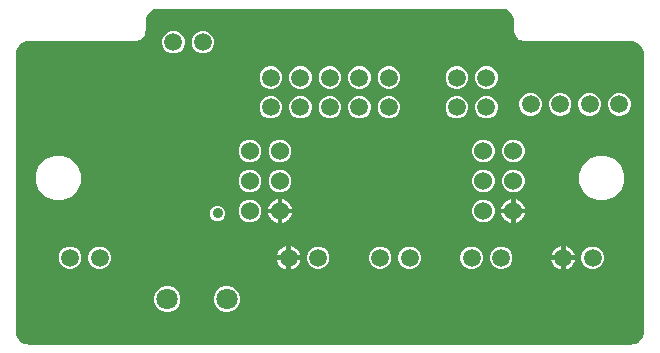
<source format=gbr>
G04 EAGLE Gerber RS-274X export*
G75*
%MOMM*%
%FSLAX34Y34*%
%LPD*%
%INCopper Layer 2*%
%IPPOS*%
%AMOC8*
5,1,8,0,0,1.08239X$1,22.5*%
G01*
%ADD10C,1.508000*%
%ADD11C,1.524000*%
%ADD12C,1.800000*%
%ADD13C,0.906400*%

G36*
X255046Y4007D02*
X255046Y4007D01*
X255087Y4005D01*
X256824Y4157D01*
X256918Y4178D01*
X256995Y4187D01*
X258679Y4638D01*
X258768Y4676D01*
X258843Y4697D01*
X260422Y5434D01*
X260503Y5487D01*
X260573Y5521D01*
X262001Y6521D01*
X262072Y6587D01*
X262134Y6633D01*
X263367Y7866D01*
X263425Y7943D01*
X263479Y7999D01*
X264479Y9427D01*
X264518Y9505D01*
X264563Y9572D01*
X264563Y9573D01*
X264566Y9578D01*
X265029Y10571D01*
X265029Y10572D01*
X265303Y11158D01*
X265331Y11250D01*
X265362Y11321D01*
X265813Y13005D01*
X265825Y13101D01*
X265844Y13176D01*
X265995Y14913D01*
X265993Y14959D01*
X265999Y15000D01*
X265999Y250000D01*
X265993Y250046D01*
X265995Y250087D01*
X265844Y251824D01*
X265822Y251918D01*
X265813Y251995D01*
X265362Y253679D01*
X265324Y253768D01*
X265303Y253843D01*
X264566Y255422D01*
X264513Y255503D01*
X264479Y255573D01*
X263479Y257001D01*
X263413Y257072D01*
X263367Y257134D01*
X262134Y258367D01*
X262057Y258425D01*
X262001Y258479D01*
X260573Y259479D01*
X260487Y259523D01*
X260422Y259566D01*
X258843Y260303D01*
X258750Y260331D01*
X258679Y260362D01*
X256995Y260813D01*
X256899Y260825D01*
X256824Y260844D01*
X255087Y260995D01*
X255041Y260993D01*
X255000Y260999D01*
X165044Y260999D01*
X163438Y261140D01*
X161923Y261546D01*
X160502Y262208D01*
X159217Y263108D01*
X158108Y264217D01*
X157208Y265502D01*
X156546Y266923D01*
X156140Y268438D01*
X155999Y270044D01*
X155999Y277500D01*
X155993Y277546D01*
X155995Y277587D01*
X155844Y279324D01*
X155822Y279418D01*
X155813Y279495D01*
X155362Y281179D01*
X155324Y281268D01*
X155303Y281343D01*
X154566Y282922D01*
X154513Y283003D01*
X154479Y283073D01*
X153479Y284501D01*
X153413Y284572D01*
X153367Y284634D01*
X152134Y285867D01*
X152057Y285925D01*
X152001Y285979D01*
X150573Y286979D01*
X150487Y287023D01*
X150422Y287066D01*
X148843Y287803D01*
X148750Y287831D01*
X148679Y287862D01*
X146995Y288313D01*
X146899Y288325D01*
X146824Y288344D01*
X145087Y288495D01*
X145041Y288493D01*
X145000Y288499D01*
X-145000Y288499D01*
X-145046Y288493D01*
X-145087Y288495D01*
X-146824Y288344D01*
X-146918Y288322D01*
X-146995Y288313D01*
X-148679Y287862D01*
X-148768Y287824D01*
X-148843Y287803D01*
X-150422Y287066D01*
X-150503Y287013D01*
X-150573Y286979D01*
X-152001Y285979D01*
X-152072Y285913D01*
X-152134Y285867D01*
X-153367Y284634D01*
X-153425Y284557D01*
X-153479Y284501D01*
X-154479Y283073D01*
X-154523Y282987D01*
X-154566Y282922D01*
X-154895Y282216D01*
X-155303Y281343D01*
X-155331Y281250D01*
X-155362Y281179D01*
X-155813Y279495D01*
X-155825Y279399D01*
X-155844Y279324D01*
X-155995Y277587D01*
X-155993Y277541D01*
X-155999Y277500D01*
X-155999Y270044D01*
X-156140Y268438D01*
X-156546Y266923D01*
X-156870Y266228D01*
X-157208Y265502D01*
X-158108Y264217D01*
X-159217Y263108D01*
X-160502Y262208D01*
X-161923Y261546D01*
X-163438Y261140D01*
X-165044Y260999D01*
X-255000Y260999D01*
X-255046Y260993D01*
X-255087Y260995D01*
X-256824Y260844D01*
X-256918Y260822D01*
X-256995Y260813D01*
X-258679Y260362D01*
X-258768Y260324D01*
X-258843Y260303D01*
X-260422Y259566D01*
X-260503Y259513D01*
X-260573Y259479D01*
X-262001Y258479D01*
X-262072Y258413D01*
X-262134Y258367D01*
X-263367Y257134D01*
X-263425Y257057D01*
X-263479Y257001D01*
X-264479Y255573D01*
X-264523Y255487D01*
X-264566Y255422D01*
X-264653Y255237D01*
X-264653Y255236D01*
X-265118Y254237D01*
X-265119Y254237D01*
X-265303Y253843D01*
X-265331Y253750D01*
X-265362Y253679D01*
X-265813Y251995D01*
X-265825Y251899D01*
X-265844Y251824D01*
X-265995Y250087D01*
X-265993Y250041D01*
X-265999Y250000D01*
X-265999Y15000D01*
X-265993Y14954D01*
X-265995Y14913D01*
X-265844Y13176D01*
X-265822Y13082D01*
X-265813Y13005D01*
X-265362Y11321D01*
X-265324Y11232D01*
X-265303Y11158D01*
X-264566Y9578D01*
X-264513Y9497D01*
X-264479Y9427D01*
X-263479Y7999D01*
X-263413Y7928D01*
X-263367Y7866D01*
X-262134Y6633D01*
X-262057Y6575D01*
X-262001Y6521D01*
X-260573Y5521D01*
X-260487Y5477D01*
X-260422Y5434D01*
X-258843Y4697D01*
X-258750Y4669D01*
X-258679Y4638D01*
X-256995Y4187D01*
X-256899Y4175D01*
X-256824Y4157D01*
X-255087Y4005D01*
X-255041Y4007D01*
X-255000Y4001D01*
X255000Y4001D01*
X255046Y4007D01*
G37*
%LPC*%
G36*
X-233779Y125999D02*
X-233779Y125999D01*
X-240763Y128892D01*
X-246108Y134237D01*
X-249001Y141220D01*
X-249001Y148779D01*
X-246108Y155763D01*
X-240763Y161108D01*
X-233779Y164001D01*
X-226221Y164001D01*
X-219237Y161108D01*
X-213892Y155763D01*
X-210999Y148779D01*
X-210999Y141220D01*
X-213892Y134237D01*
X-219237Y128892D01*
X-226221Y125999D01*
X-233779Y125999D01*
G37*
%LPD*%
%LPC*%
G36*
X226221Y125999D02*
X226221Y125999D01*
X219237Y128892D01*
X213892Y134237D01*
X210999Y141220D01*
X210999Y148779D01*
X213892Y155763D01*
X219237Y161108D01*
X226221Y164001D01*
X233779Y164001D01*
X240763Y161108D01*
X246108Y155763D01*
X249001Y148779D01*
X249001Y141220D01*
X246108Y134237D01*
X240763Y128892D01*
X233779Y125999D01*
X226221Y125999D01*
G37*
%LPD*%
%LPC*%
G36*
X-139688Y31499D02*
X-139688Y31499D01*
X-143731Y33174D01*
X-146826Y36269D01*
X-148501Y40312D01*
X-148501Y44688D01*
X-146826Y48731D01*
X-143731Y51826D01*
X-139688Y53501D01*
X-135312Y53501D01*
X-131269Y51826D01*
X-128174Y48731D01*
X-126499Y44688D01*
X-126499Y40312D01*
X-128174Y36269D01*
X-131269Y33174D01*
X-135312Y31499D01*
X-139688Y31499D01*
G37*
%LPD*%
%LPC*%
G36*
X-89688Y31499D02*
X-89688Y31499D01*
X-93731Y33174D01*
X-96826Y36269D01*
X-98501Y40312D01*
X-98501Y44688D01*
X-96826Y48731D01*
X-93731Y51826D01*
X-89688Y53501D01*
X-85312Y53501D01*
X-81269Y51826D01*
X-78174Y48731D01*
X-76499Y44688D01*
X-76499Y40312D01*
X-78174Y36269D01*
X-81269Y33174D01*
X-85312Y31499D01*
X-89688Y31499D01*
G37*
%LPD*%
%LPC*%
G36*
X153286Y132879D02*
X153286Y132879D01*
X149750Y134344D01*
X147044Y137050D01*
X145579Y140586D01*
X145579Y144414D01*
X147044Y147950D01*
X149750Y150656D01*
X153286Y152121D01*
X157114Y152121D01*
X160650Y150656D01*
X163356Y147950D01*
X164821Y144414D01*
X164821Y140586D01*
X163356Y137050D01*
X160650Y134344D01*
X157114Y132879D01*
X153286Y132879D01*
G37*
%LPD*%
%LPC*%
G36*
X127886Y132879D02*
X127886Y132879D01*
X124350Y134344D01*
X121644Y137050D01*
X120179Y140586D01*
X120179Y144414D01*
X121644Y147950D01*
X124350Y150656D01*
X127886Y152121D01*
X131714Y152121D01*
X135250Y150656D01*
X137956Y147950D01*
X139421Y144414D01*
X139421Y140586D01*
X137956Y137050D01*
X135250Y134344D01*
X131714Y132879D01*
X127886Y132879D01*
G37*
%LPD*%
%LPC*%
G36*
X-44214Y132879D02*
X-44214Y132879D01*
X-47750Y134344D01*
X-50456Y137050D01*
X-51921Y140586D01*
X-51921Y144414D01*
X-50456Y147950D01*
X-47750Y150656D01*
X-44214Y152121D01*
X-40386Y152121D01*
X-36850Y150656D01*
X-34144Y147950D01*
X-32679Y144414D01*
X-32679Y140586D01*
X-34144Y137050D01*
X-36850Y134344D01*
X-40386Y132879D01*
X-44214Y132879D01*
G37*
%LPD*%
%LPC*%
G36*
X-69614Y107479D02*
X-69614Y107479D01*
X-73150Y108944D01*
X-75856Y111650D01*
X-77321Y115186D01*
X-77321Y119014D01*
X-75856Y122550D01*
X-73150Y125256D01*
X-69614Y126721D01*
X-65786Y126721D01*
X-62250Y125256D01*
X-59544Y122550D01*
X-58079Y119014D01*
X-58079Y115186D01*
X-59544Y111650D01*
X-62250Y108944D01*
X-65786Y107479D01*
X-69614Y107479D01*
G37*
%LPD*%
%LPC*%
G36*
X-69614Y132879D02*
X-69614Y132879D01*
X-73150Y134344D01*
X-75856Y137050D01*
X-77321Y140586D01*
X-77321Y144414D01*
X-75856Y147950D01*
X-73150Y150656D01*
X-69614Y152121D01*
X-65786Y152121D01*
X-62250Y150656D01*
X-59544Y147950D01*
X-58079Y144414D01*
X-58079Y140586D01*
X-59544Y137050D01*
X-62250Y134344D01*
X-65786Y132879D01*
X-69614Y132879D01*
G37*
%LPD*%
%LPC*%
G36*
X127886Y107479D02*
X127886Y107479D01*
X124350Y108944D01*
X121644Y111650D01*
X120179Y115186D01*
X120179Y119014D01*
X121644Y122550D01*
X124350Y125256D01*
X127886Y126721D01*
X131714Y126721D01*
X135250Y125256D01*
X137956Y122550D01*
X139421Y119014D01*
X139421Y115186D01*
X137956Y111650D01*
X135250Y108944D01*
X131714Y107479D01*
X127886Y107479D01*
G37*
%LPD*%
%LPC*%
G36*
X153286Y158279D02*
X153286Y158279D01*
X149750Y159744D01*
X147044Y162450D01*
X145579Y165986D01*
X145579Y169814D01*
X147044Y173350D01*
X149750Y176056D01*
X153286Y177521D01*
X157114Y177521D01*
X160650Y176056D01*
X163356Y173350D01*
X164821Y169814D01*
X164821Y165986D01*
X163356Y162450D01*
X160650Y159744D01*
X157114Y158279D01*
X153286Y158279D01*
G37*
%LPD*%
%LPC*%
G36*
X127886Y158279D02*
X127886Y158279D01*
X124350Y159744D01*
X121644Y162450D01*
X120179Y165986D01*
X120179Y169814D01*
X121644Y173350D01*
X124350Y176056D01*
X127886Y177521D01*
X131714Y177521D01*
X135250Y176056D01*
X137956Y173350D01*
X139421Y169814D01*
X139421Y165986D01*
X137956Y162450D01*
X135250Y159744D01*
X131714Y158279D01*
X127886Y158279D01*
G37*
%LPD*%
%LPC*%
G36*
X-44214Y158279D02*
X-44214Y158279D01*
X-47750Y159744D01*
X-50456Y162450D01*
X-51921Y165986D01*
X-51921Y169814D01*
X-50456Y173350D01*
X-47750Y176056D01*
X-44214Y177521D01*
X-40386Y177521D01*
X-36850Y176056D01*
X-34144Y173350D01*
X-32679Y169814D01*
X-32679Y165986D01*
X-34144Y162450D01*
X-36850Y159744D01*
X-40386Y158279D01*
X-44214Y158279D01*
G37*
%LPD*%
%LPC*%
G36*
X-69614Y158279D02*
X-69614Y158279D01*
X-73150Y159744D01*
X-75856Y162450D01*
X-77321Y165986D01*
X-77321Y169814D01*
X-75856Y173350D01*
X-73150Y176056D01*
X-69614Y177521D01*
X-65786Y177521D01*
X-62250Y176056D01*
X-59544Y173350D01*
X-58079Y169814D01*
X-58079Y165986D01*
X-59544Y162450D01*
X-62250Y159744D01*
X-65786Y158279D01*
X-69614Y158279D01*
G37*
%LPD*%
%LPC*%
G36*
X-134398Y250459D02*
X-134398Y250459D01*
X-137904Y251912D01*
X-140588Y254596D01*
X-142041Y258102D01*
X-142041Y261898D01*
X-140588Y265404D01*
X-137904Y268088D01*
X-134398Y269541D01*
X-130602Y269541D01*
X-127096Y268088D01*
X-124412Y265404D01*
X-122959Y261898D01*
X-122959Y258102D01*
X-124412Y254596D01*
X-127096Y251912D01*
X-130602Y250459D01*
X-134398Y250459D01*
G37*
%LPD*%
%LPC*%
G36*
X130602Y220459D02*
X130602Y220459D01*
X127096Y221912D01*
X124412Y224596D01*
X122959Y228102D01*
X122959Y231898D01*
X124412Y235404D01*
X127096Y238088D01*
X130602Y239541D01*
X134398Y239541D01*
X137904Y238088D01*
X140588Y235404D01*
X142041Y231898D01*
X142041Y228102D01*
X140588Y224596D01*
X137904Y221912D01*
X134398Y220459D01*
X130602Y220459D01*
G37*
%LPD*%
%LPC*%
G36*
X105602Y220459D02*
X105602Y220459D01*
X102096Y221912D01*
X99412Y224596D01*
X97959Y228102D01*
X97959Y231898D01*
X99412Y235404D01*
X102096Y238088D01*
X105602Y239541D01*
X109398Y239541D01*
X112904Y238088D01*
X115588Y235404D01*
X117041Y231898D01*
X117041Y228102D01*
X115588Y224596D01*
X112904Y221912D01*
X109398Y220459D01*
X105602Y220459D01*
G37*
%LPD*%
%LPC*%
G36*
X48102Y220459D02*
X48102Y220459D01*
X44596Y221912D01*
X41912Y224596D01*
X40459Y228102D01*
X40459Y231898D01*
X41912Y235404D01*
X44596Y238088D01*
X48102Y239541D01*
X51898Y239541D01*
X55404Y238088D01*
X58088Y235404D01*
X59541Y231898D01*
X59541Y228102D01*
X58088Y224596D01*
X55404Y221912D01*
X51898Y220459D01*
X48102Y220459D01*
G37*
%LPD*%
%LPC*%
G36*
X23102Y220459D02*
X23102Y220459D01*
X19596Y221912D01*
X16912Y224596D01*
X15459Y228102D01*
X15459Y231898D01*
X16912Y235404D01*
X19596Y238088D01*
X23102Y239541D01*
X26898Y239541D01*
X30404Y238088D01*
X33088Y235404D01*
X34541Y231898D01*
X34541Y228102D01*
X33088Y224596D01*
X30404Y221912D01*
X26898Y220459D01*
X23102Y220459D01*
G37*
%LPD*%
%LPC*%
G36*
X-26898Y220459D02*
X-26898Y220459D01*
X-30404Y221912D01*
X-33088Y224596D01*
X-34541Y228102D01*
X-34541Y231898D01*
X-33088Y235404D01*
X-30404Y238088D01*
X-26898Y239541D01*
X-23102Y239541D01*
X-19596Y238088D01*
X-16912Y235404D01*
X-15459Y231898D01*
X-15459Y228102D01*
X-16912Y224596D01*
X-19596Y221912D01*
X-23102Y220459D01*
X-26898Y220459D01*
G37*
%LPD*%
%LPC*%
G36*
X-51898Y220459D02*
X-51898Y220459D01*
X-55404Y221912D01*
X-58088Y224596D01*
X-59541Y228102D01*
X-59541Y231898D01*
X-58088Y235404D01*
X-55404Y238088D01*
X-51898Y239541D01*
X-48102Y239541D01*
X-44596Y238088D01*
X-41912Y235404D01*
X-40459Y231898D01*
X-40459Y228102D01*
X-41912Y224596D01*
X-44596Y221912D01*
X-48102Y220459D01*
X-51898Y220459D01*
G37*
%LPD*%
%LPC*%
G36*
X243102Y197959D02*
X243102Y197959D01*
X239596Y199412D01*
X236912Y202096D01*
X235459Y205602D01*
X235459Y209398D01*
X236912Y212904D01*
X239596Y215588D01*
X243102Y217041D01*
X246898Y217041D01*
X250404Y215588D01*
X253088Y212904D01*
X254541Y209398D01*
X254541Y205602D01*
X253088Y202096D01*
X250404Y199412D01*
X246898Y197959D01*
X243102Y197959D01*
G37*
%LPD*%
%LPC*%
G36*
X218102Y197959D02*
X218102Y197959D01*
X214596Y199412D01*
X211912Y202096D01*
X210459Y205602D01*
X210459Y209398D01*
X211912Y212904D01*
X214596Y215588D01*
X218102Y217041D01*
X221898Y217041D01*
X225404Y215588D01*
X228088Y212904D01*
X229541Y209398D01*
X229541Y205602D01*
X228088Y202096D01*
X225404Y199412D01*
X221898Y197959D01*
X218102Y197959D01*
G37*
%LPD*%
%LPC*%
G36*
X193102Y197959D02*
X193102Y197959D01*
X189596Y199412D01*
X186912Y202096D01*
X185459Y205602D01*
X185459Y209398D01*
X186912Y212904D01*
X189596Y215588D01*
X193102Y217041D01*
X196898Y217041D01*
X200404Y215588D01*
X203088Y212904D01*
X204541Y209398D01*
X204541Y205602D01*
X203088Y202096D01*
X200404Y199412D01*
X196898Y197959D01*
X193102Y197959D01*
G37*
%LPD*%
%LPC*%
G36*
X168102Y197959D02*
X168102Y197959D01*
X164596Y199412D01*
X161912Y202096D01*
X160459Y205602D01*
X160459Y209398D01*
X161912Y212904D01*
X164596Y215588D01*
X168102Y217041D01*
X171898Y217041D01*
X175404Y215588D01*
X178088Y212904D01*
X179541Y209398D01*
X179541Y205602D01*
X178088Y202096D01*
X175404Y199412D01*
X171898Y197959D01*
X168102Y197959D01*
G37*
%LPD*%
%LPC*%
G36*
X130602Y195459D02*
X130602Y195459D01*
X127096Y196912D01*
X124412Y199596D01*
X122959Y203102D01*
X122959Y206898D01*
X124412Y210404D01*
X127096Y213088D01*
X130602Y214541D01*
X134398Y214541D01*
X137904Y213088D01*
X140588Y210404D01*
X142041Y206898D01*
X142041Y203102D01*
X140588Y199596D01*
X137904Y196912D01*
X134398Y195459D01*
X130602Y195459D01*
G37*
%LPD*%
%LPC*%
G36*
X105602Y195459D02*
X105602Y195459D01*
X102096Y196912D01*
X99412Y199596D01*
X97959Y203102D01*
X97959Y206898D01*
X99412Y210404D01*
X102096Y213088D01*
X105602Y214541D01*
X109398Y214541D01*
X112904Y213088D01*
X115588Y210404D01*
X117041Y206898D01*
X117041Y203102D01*
X115588Y199596D01*
X112904Y196912D01*
X109398Y195459D01*
X105602Y195459D01*
G37*
%LPD*%
%LPC*%
G36*
X48102Y195459D02*
X48102Y195459D01*
X44596Y196912D01*
X41912Y199596D01*
X40459Y203102D01*
X40459Y206898D01*
X41912Y210404D01*
X44596Y213088D01*
X48102Y214541D01*
X51898Y214541D01*
X55404Y213088D01*
X58088Y210404D01*
X59541Y206898D01*
X59541Y203102D01*
X58088Y199596D01*
X55404Y196912D01*
X51898Y195459D01*
X48102Y195459D01*
G37*
%LPD*%
%LPC*%
G36*
X23102Y195459D02*
X23102Y195459D01*
X19596Y196912D01*
X16912Y199596D01*
X15459Y203102D01*
X15459Y206898D01*
X16912Y210404D01*
X19596Y213088D01*
X23102Y214541D01*
X26898Y214541D01*
X30404Y213088D01*
X33088Y210404D01*
X34541Y206898D01*
X34541Y203102D01*
X33088Y199596D01*
X30404Y196912D01*
X26898Y195459D01*
X23102Y195459D01*
G37*
%LPD*%
%LPC*%
G36*
X-26898Y195459D02*
X-26898Y195459D01*
X-30404Y196912D01*
X-33088Y199596D01*
X-34541Y203102D01*
X-34541Y206898D01*
X-33088Y210404D01*
X-30404Y213088D01*
X-26898Y214541D01*
X-23102Y214541D01*
X-19596Y213088D01*
X-16912Y210404D01*
X-15459Y206898D01*
X-15459Y203102D01*
X-16912Y199596D01*
X-19596Y196912D01*
X-23102Y195459D01*
X-26898Y195459D01*
G37*
%LPD*%
%LPC*%
G36*
X-51898Y195459D02*
X-51898Y195459D01*
X-55404Y196912D01*
X-58088Y199596D01*
X-59541Y203102D01*
X-59541Y206898D01*
X-58088Y210404D01*
X-55404Y213088D01*
X-51898Y214541D01*
X-48102Y214541D01*
X-44596Y213088D01*
X-41912Y210404D01*
X-40459Y206898D01*
X-40459Y203102D01*
X-41912Y199596D01*
X-44596Y196912D01*
X-48102Y195459D01*
X-51898Y195459D01*
G37*
%LPD*%
%LPC*%
G36*
X-221898Y67959D02*
X-221898Y67959D01*
X-225404Y69412D01*
X-228088Y72096D01*
X-229541Y75602D01*
X-229541Y79398D01*
X-228088Y82904D01*
X-225404Y85588D01*
X-221898Y87041D01*
X-218102Y87041D01*
X-214596Y85588D01*
X-211912Y82904D01*
X-210459Y79398D01*
X-210459Y75602D01*
X-211912Y72096D01*
X-214596Y69412D01*
X-218102Y67959D01*
X-221898Y67959D01*
G37*
%LPD*%
%LPC*%
G36*
X220602Y67959D02*
X220602Y67959D01*
X217096Y69412D01*
X214412Y72096D01*
X212959Y75602D01*
X212959Y79398D01*
X214412Y82904D01*
X217096Y85588D01*
X220602Y87041D01*
X224398Y87041D01*
X227904Y85588D01*
X230588Y82904D01*
X232041Y79398D01*
X232041Y75602D01*
X230588Y72096D01*
X227904Y69412D01*
X224398Y67959D01*
X220602Y67959D01*
G37*
%LPD*%
%LPC*%
G36*
X143102Y67959D02*
X143102Y67959D01*
X139596Y69412D01*
X136912Y72096D01*
X135459Y75602D01*
X135459Y79398D01*
X136912Y82904D01*
X139596Y85588D01*
X143102Y87041D01*
X146898Y87041D01*
X150404Y85588D01*
X153088Y82904D01*
X154541Y79398D01*
X154541Y75602D01*
X153088Y72096D01*
X150404Y69412D01*
X146898Y67959D01*
X143102Y67959D01*
G37*
%LPD*%
%LPC*%
G36*
X118102Y67959D02*
X118102Y67959D01*
X114596Y69412D01*
X111912Y72096D01*
X110459Y75602D01*
X110459Y79398D01*
X111912Y82904D01*
X114596Y85588D01*
X118102Y87041D01*
X121898Y87041D01*
X125404Y85588D01*
X128088Y82904D01*
X129541Y79398D01*
X129541Y75602D01*
X128088Y72096D01*
X125404Y69412D01*
X121898Y67959D01*
X118102Y67959D01*
G37*
%LPD*%
%LPC*%
G36*
X65602Y67959D02*
X65602Y67959D01*
X62096Y69412D01*
X59412Y72096D01*
X57959Y75602D01*
X57959Y79398D01*
X59412Y82904D01*
X62096Y85588D01*
X65602Y87041D01*
X69398Y87041D01*
X72904Y85588D01*
X75588Y82904D01*
X77041Y79398D01*
X77041Y75602D01*
X75588Y72096D01*
X72904Y69412D01*
X69398Y67959D01*
X65602Y67959D01*
G37*
%LPD*%
%LPC*%
G36*
X40602Y67959D02*
X40602Y67959D01*
X37096Y69412D01*
X34412Y72096D01*
X32959Y75602D01*
X32959Y79398D01*
X34412Y82904D01*
X37096Y85588D01*
X40602Y87041D01*
X44398Y87041D01*
X47904Y85588D01*
X50588Y82904D01*
X52041Y79398D01*
X52041Y75602D01*
X50588Y72096D01*
X47904Y69412D01*
X44398Y67959D01*
X40602Y67959D01*
G37*
%LPD*%
%LPC*%
G36*
X-196898Y67959D02*
X-196898Y67959D01*
X-200404Y69412D01*
X-203088Y72096D01*
X-204541Y75602D01*
X-204541Y79398D01*
X-203088Y82904D01*
X-200404Y85588D01*
X-196898Y87041D01*
X-193102Y87041D01*
X-189596Y85588D01*
X-186912Y82904D01*
X-185459Y79398D01*
X-185459Y75602D01*
X-186912Y72096D01*
X-189596Y69412D01*
X-193102Y67959D01*
X-196898Y67959D01*
G37*
%LPD*%
%LPC*%
G36*
X-109398Y250459D02*
X-109398Y250459D01*
X-112904Y251912D01*
X-115588Y254596D01*
X-117041Y258102D01*
X-117041Y261898D01*
X-115588Y265404D01*
X-112904Y268088D01*
X-109398Y269541D01*
X-105602Y269541D01*
X-102096Y268088D01*
X-99412Y265404D01*
X-97959Y261898D01*
X-97959Y258102D01*
X-99412Y254596D01*
X-102096Y251912D01*
X-105602Y250459D01*
X-109398Y250459D01*
G37*
%LPD*%
%LPC*%
G36*
X-11898Y67959D02*
X-11898Y67959D01*
X-15404Y69412D01*
X-18088Y72096D01*
X-19541Y75602D01*
X-19541Y79398D01*
X-18088Y82904D01*
X-15404Y85588D01*
X-11898Y87041D01*
X-8102Y87041D01*
X-4596Y85588D01*
X-1912Y82904D01*
X-459Y79398D01*
X-459Y75602D01*
X-1912Y72096D01*
X-4596Y69412D01*
X-8102Y67959D01*
X-11898Y67959D01*
G37*
%LPD*%
%LPC*%
G36*
X-1898Y220459D02*
X-1898Y220459D01*
X-5404Y221912D01*
X-8088Y224596D01*
X-9541Y228102D01*
X-9541Y231898D01*
X-8088Y235404D01*
X-5404Y238088D01*
X-1898Y239541D01*
X1898Y239541D01*
X5404Y238088D01*
X8088Y235404D01*
X9541Y231898D01*
X9541Y228102D01*
X8088Y224596D01*
X5404Y221912D01*
X1898Y220459D01*
X-1898Y220459D01*
G37*
%LPD*%
%LPC*%
G36*
X-1898Y195459D02*
X-1898Y195459D01*
X-5404Y196912D01*
X-8088Y199596D01*
X-9541Y203102D01*
X-9541Y206898D01*
X-8088Y210404D01*
X-5404Y213088D01*
X-1898Y214541D01*
X1898Y214541D01*
X5404Y213088D01*
X8088Y210404D01*
X9541Y206898D01*
X9541Y203102D01*
X8088Y199596D01*
X5404Y196912D01*
X1898Y195459D01*
X-1898Y195459D01*
G37*
%LPD*%
%LPC*%
G36*
X-96299Y108467D02*
X-96299Y108467D01*
X-98701Y109462D01*
X-100538Y111299D01*
X-101533Y113701D01*
X-101533Y116299D01*
X-100538Y118701D01*
X-98701Y120538D01*
X-96299Y121533D01*
X-93701Y121533D01*
X-91299Y120538D01*
X-89462Y118701D01*
X-88467Y116299D01*
X-88467Y113701D01*
X-89462Y111299D01*
X-91299Y109462D01*
X-93701Y108467D01*
X-96299Y108467D01*
G37*
%LPD*%
%LPC*%
G36*
X-52271Y119099D02*
X-52271Y119099D01*
X-52211Y119479D01*
X-51716Y121000D01*
X-50990Y122425D01*
X-50050Y123719D01*
X-48919Y124850D01*
X-47625Y125790D01*
X-46200Y126516D01*
X-44679Y127011D01*
X-44299Y127071D01*
X-44299Y119099D01*
X-52271Y119099D01*
G37*
%LPD*%
%LPC*%
G36*
X157199Y119099D02*
X157199Y119099D01*
X157199Y127071D01*
X157579Y127011D01*
X159100Y126516D01*
X160525Y125790D01*
X161819Y124850D01*
X162950Y123719D01*
X163890Y122425D01*
X164616Y121000D01*
X165111Y119479D01*
X165171Y119099D01*
X157199Y119099D01*
G37*
%LPD*%
%LPC*%
G36*
X157199Y115101D02*
X157199Y115101D01*
X165171Y115101D01*
X165111Y114721D01*
X164616Y113200D01*
X163890Y111775D01*
X162950Y110481D01*
X161819Y109350D01*
X160525Y108410D01*
X159100Y107684D01*
X157579Y107189D01*
X157199Y107129D01*
X157199Y115101D01*
G37*
%LPD*%
%LPC*%
G36*
X-44679Y107189D02*
X-44679Y107189D01*
X-46200Y107684D01*
X-47625Y108410D01*
X-48919Y109350D01*
X-50050Y110481D01*
X-50990Y111775D01*
X-51716Y113200D01*
X-52211Y114721D01*
X-52271Y115101D01*
X-44299Y115101D01*
X-44299Y107129D01*
X-44679Y107189D01*
G37*
%LPD*%
%LPC*%
G36*
X145229Y119099D02*
X145229Y119099D01*
X145289Y119479D01*
X145784Y121000D01*
X146510Y122425D01*
X147450Y123719D01*
X148581Y124850D01*
X149875Y125790D01*
X151300Y126516D01*
X152821Y127011D01*
X153201Y127071D01*
X153201Y119099D01*
X145229Y119099D01*
G37*
%LPD*%
%LPC*%
G36*
X-40301Y119099D02*
X-40301Y119099D01*
X-40301Y127071D01*
X-39921Y127011D01*
X-38400Y126516D01*
X-36975Y125790D01*
X-35681Y124850D01*
X-34550Y123719D01*
X-33610Y122425D01*
X-32884Y121000D01*
X-32389Y119479D01*
X-32329Y119099D01*
X-40301Y119099D01*
G37*
%LPD*%
%LPC*%
G36*
X152821Y107189D02*
X152821Y107189D01*
X151300Y107684D01*
X149875Y108410D01*
X148581Y109350D01*
X147450Y110481D01*
X146510Y111775D01*
X145784Y113200D01*
X145289Y114721D01*
X145229Y115101D01*
X153201Y115101D01*
X153201Y107129D01*
X152821Y107189D01*
G37*
%LPD*%
%LPC*%
G36*
X-40301Y115101D02*
X-40301Y115101D01*
X-32329Y115101D01*
X-32389Y114721D01*
X-32884Y113200D01*
X-33610Y111775D01*
X-34550Y110481D01*
X-35681Y109350D01*
X-36975Y108410D01*
X-38400Y107684D01*
X-39921Y107189D01*
X-40301Y107129D01*
X-40301Y115101D01*
G37*
%LPD*%
%LPC*%
G36*
X-44890Y79499D02*
X-44890Y79499D01*
X-44833Y79861D01*
X-44342Y81370D01*
X-43622Y82784D01*
X-42689Y84067D01*
X-41567Y85189D01*
X-40284Y86122D01*
X-38870Y86842D01*
X-37361Y87333D01*
X-36999Y87390D01*
X-36999Y79499D01*
X-44890Y79499D01*
G37*
%LPD*%
%LPC*%
G36*
X199499Y79499D02*
X199499Y79499D01*
X199499Y87390D01*
X199861Y87333D01*
X201370Y86842D01*
X202784Y86122D01*
X204067Y85189D01*
X205189Y84067D01*
X206122Y82784D01*
X206842Y81370D01*
X207333Y79861D01*
X207390Y79499D01*
X199499Y79499D01*
G37*
%LPD*%
%LPC*%
G36*
X-33001Y79499D02*
X-33001Y79499D01*
X-33001Y87390D01*
X-32639Y87333D01*
X-31130Y86842D01*
X-29716Y86122D01*
X-28433Y85189D01*
X-27311Y84067D01*
X-26378Y82784D01*
X-25658Y81370D01*
X-25167Y79861D01*
X-25110Y79499D01*
X-33001Y79499D01*
G37*
%LPD*%
%LPC*%
G36*
X187610Y79499D02*
X187610Y79499D01*
X187667Y79861D01*
X188158Y81370D01*
X188878Y82784D01*
X189811Y84067D01*
X190933Y85189D01*
X192216Y86122D01*
X193630Y86842D01*
X195139Y87333D01*
X195501Y87390D01*
X195501Y79499D01*
X187610Y79499D01*
G37*
%LPD*%
%LPC*%
G36*
X199499Y75501D02*
X199499Y75501D01*
X207390Y75501D01*
X207333Y75139D01*
X206842Y73630D01*
X206122Y72216D01*
X205189Y70933D01*
X204067Y69811D01*
X202784Y68878D01*
X201370Y68158D01*
X199861Y67667D01*
X199499Y67610D01*
X199499Y75501D01*
G37*
%LPD*%
%LPC*%
G36*
X-37361Y67667D02*
X-37361Y67667D01*
X-38870Y68158D01*
X-40284Y68878D01*
X-41567Y69811D01*
X-42689Y70933D01*
X-43622Y72216D01*
X-44342Y73630D01*
X-44833Y75139D01*
X-44890Y75501D01*
X-36999Y75501D01*
X-36999Y67610D01*
X-37361Y67667D01*
G37*
%LPD*%
%LPC*%
G36*
X195139Y67667D02*
X195139Y67667D01*
X193630Y68158D01*
X192216Y68878D01*
X190933Y69811D01*
X189811Y70933D01*
X188878Y72216D01*
X188158Y73630D01*
X187667Y75139D01*
X187610Y75501D01*
X195501Y75501D01*
X195501Y67610D01*
X195139Y67667D01*
G37*
%LPD*%
%LPC*%
G36*
X-33001Y75501D02*
X-33001Y75501D01*
X-25110Y75501D01*
X-25167Y75139D01*
X-25658Y73630D01*
X-26378Y72216D01*
X-27311Y70933D01*
X-28433Y69811D01*
X-29716Y68878D01*
X-31130Y68158D01*
X-32639Y67667D01*
X-33001Y67610D01*
X-33001Y75501D01*
G37*
%LPD*%
%LPC*%
G36*
X155199Y117099D02*
X155199Y117099D01*
X155199Y117101D01*
X155201Y117101D01*
X155201Y117099D01*
X155199Y117099D01*
G37*
%LPD*%
%LPC*%
G36*
X197499Y77499D02*
X197499Y77499D01*
X197499Y77501D01*
X197501Y77501D01*
X197501Y77499D01*
X197499Y77499D01*
G37*
%LPD*%
%LPC*%
G36*
X-35001Y77499D02*
X-35001Y77499D01*
X-35001Y77501D01*
X-34999Y77501D01*
X-34999Y77499D01*
X-35001Y77499D01*
G37*
%LPD*%
%LPC*%
G36*
X-42301Y117099D02*
X-42301Y117099D01*
X-42301Y117101D01*
X-42299Y117101D01*
X-42299Y117099D01*
X-42301Y117099D01*
G37*
%LPD*%
D10*
X50000Y205000D03*
X25000Y205000D03*
X0Y205000D03*
X-25000Y205000D03*
X-50000Y205000D03*
X50000Y230000D03*
X25000Y230000D03*
X0Y230000D03*
X-25000Y230000D03*
X-50000Y230000D03*
X-35000Y77500D03*
X-10000Y77500D03*
X120000Y77500D03*
X145000Y77500D03*
X42500Y77500D03*
X67500Y77500D03*
X197500Y77500D03*
X222500Y77500D03*
D11*
X-67700Y167900D03*
X-42300Y167900D03*
X-67700Y142500D03*
X-42300Y142500D03*
X-67700Y117100D03*
X-42300Y117100D03*
X129800Y167900D03*
X155200Y167900D03*
X129800Y142500D03*
X155200Y142500D03*
X129800Y117100D03*
X155200Y117100D03*
D10*
X245000Y207500D03*
X220000Y207500D03*
X195000Y207500D03*
X170000Y207500D03*
X132500Y205000D03*
X107500Y205000D03*
X132500Y230000D03*
X107500Y230000D03*
X-132500Y260000D03*
X-107500Y260000D03*
X-220000Y77500D03*
X-195000Y77500D03*
D12*
X-87500Y42500D03*
X-137500Y42500D03*
D13*
X-95000Y115000D03*
X12500Y115000D03*
X-185000Y115000D03*
M02*

</source>
